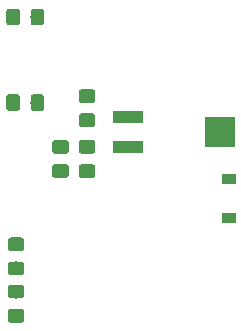
<source format=gbr>
G04 #@! TF.GenerationSoftware,KiCad,Pcbnew,(5.0.2)-1*
G04 #@! TF.CreationDate,2019-07-18T11:35:20+03:00*
G04 #@! TF.ProjectId,Breakout Board STM32L041x6 - TSSOP20,42726561-6b6f-4757-9420-426f61726420,rev?*
G04 #@! TF.SameCoordinates,Original*
G04 #@! TF.FileFunction,Paste,Bot*
G04 #@! TF.FilePolarity,Positive*
%FSLAX46Y46*%
G04 Gerber Fmt 4.6, Leading zero omitted, Abs format (unit mm)*
G04 Created by KiCad (PCBNEW (5.0.2)-1) date 18-Jul-19 11:35:20*
%MOMM*%
%LPD*%
G01*
G04 APERTURE LIST*
%ADD10R,2.500000X2.500000*%
%ADD11R,2.500000X1.000000*%
%ADD12C,0.100000*%
%ADD13C,1.150000*%
%ADD14R,1.200000X0.900000*%
G04 APERTURE END LIST*
D10*
G04 #@! TO.C,Y1*
X139870000Y-73130000D03*
D11*
X132120000Y-74380000D03*
X132120000Y-71880000D03*
G04 #@! TD*
D12*
G04 #@! TO.C,C1*
G36*
X122719505Y-69931204D02*
X122743773Y-69934804D01*
X122767572Y-69940765D01*
X122790671Y-69949030D01*
X122812850Y-69959520D01*
X122833893Y-69972132D01*
X122853599Y-69986747D01*
X122871777Y-70003223D01*
X122888253Y-70021401D01*
X122902868Y-70041107D01*
X122915480Y-70062150D01*
X122925970Y-70084329D01*
X122934235Y-70107428D01*
X122940196Y-70131227D01*
X122943796Y-70155495D01*
X122945000Y-70179999D01*
X122945000Y-71080001D01*
X122943796Y-71104505D01*
X122940196Y-71128773D01*
X122934235Y-71152572D01*
X122925970Y-71175671D01*
X122915480Y-71197850D01*
X122902868Y-71218893D01*
X122888253Y-71238599D01*
X122871777Y-71256777D01*
X122853599Y-71273253D01*
X122833893Y-71287868D01*
X122812850Y-71300480D01*
X122790671Y-71310970D01*
X122767572Y-71319235D01*
X122743773Y-71325196D01*
X122719505Y-71328796D01*
X122695001Y-71330000D01*
X122044999Y-71330000D01*
X122020495Y-71328796D01*
X121996227Y-71325196D01*
X121972428Y-71319235D01*
X121949329Y-71310970D01*
X121927150Y-71300480D01*
X121906107Y-71287868D01*
X121886401Y-71273253D01*
X121868223Y-71256777D01*
X121851747Y-71238599D01*
X121837132Y-71218893D01*
X121824520Y-71197850D01*
X121814030Y-71175671D01*
X121805765Y-71152572D01*
X121799804Y-71128773D01*
X121796204Y-71104505D01*
X121795000Y-71080001D01*
X121795000Y-70179999D01*
X121796204Y-70155495D01*
X121799804Y-70131227D01*
X121805765Y-70107428D01*
X121814030Y-70084329D01*
X121824520Y-70062150D01*
X121837132Y-70041107D01*
X121851747Y-70021401D01*
X121868223Y-70003223D01*
X121886401Y-69986747D01*
X121906107Y-69972132D01*
X121927150Y-69959520D01*
X121949329Y-69949030D01*
X121972428Y-69940765D01*
X121996227Y-69934804D01*
X122020495Y-69931204D01*
X122044999Y-69930000D01*
X122695001Y-69930000D01*
X122719505Y-69931204D01*
X122719505Y-69931204D01*
G37*
D13*
X122370000Y-70630000D03*
D12*
G36*
X124769505Y-69931204D02*
X124793773Y-69934804D01*
X124817572Y-69940765D01*
X124840671Y-69949030D01*
X124862850Y-69959520D01*
X124883893Y-69972132D01*
X124903599Y-69986747D01*
X124921777Y-70003223D01*
X124938253Y-70021401D01*
X124952868Y-70041107D01*
X124965480Y-70062150D01*
X124975970Y-70084329D01*
X124984235Y-70107428D01*
X124990196Y-70131227D01*
X124993796Y-70155495D01*
X124995000Y-70179999D01*
X124995000Y-71080001D01*
X124993796Y-71104505D01*
X124990196Y-71128773D01*
X124984235Y-71152572D01*
X124975970Y-71175671D01*
X124965480Y-71197850D01*
X124952868Y-71218893D01*
X124938253Y-71238599D01*
X124921777Y-71256777D01*
X124903599Y-71273253D01*
X124883893Y-71287868D01*
X124862850Y-71300480D01*
X124840671Y-71310970D01*
X124817572Y-71319235D01*
X124793773Y-71325196D01*
X124769505Y-71328796D01*
X124745001Y-71330000D01*
X124094999Y-71330000D01*
X124070495Y-71328796D01*
X124046227Y-71325196D01*
X124022428Y-71319235D01*
X123999329Y-71310970D01*
X123977150Y-71300480D01*
X123956107Y-71287868D01*
X123936401Y-71273253D01*
X123918223Y-71256777D01*
X123901747Y-71238599D01*
X123887132Y-71218893D01*
X123874520Y-71197850D01*
X123864030Y-71175671D01*
X123855765Y-71152572D01*
X123849804Y-71128773D01*
X123846204Y-71104505D01*
X123845000Y-71080001D01*
X123845000Y-70179999D01*
X123846204Y-70155495D01*
X123849804Y-70131227D01*
X123855765Y-70107428D01*
X123864030Y-70084329D01*
X123874520Y-70062150D01*
X123887132Y-70041107D01*
X123901747Y-70021401D01*
X123918223Y-70003223D01*
X123936401Y-69986747D01*
X123956107Y-69972132D01*
X123977150Y-69959520D01*
X123999329Y-69949030D01*
X124022428Y-69940765D01*
X124046227Y-69934804D01*
X124070495Y-69931204D01*
X124094999Y-69930000D01*
X124745001Y-69930000D01*
X124769505Y-69931204D01*
X124769505Y-69931204D01*
G37*
D13*
X124420000Y-70630000D03*
G04 #@! TD*
D12*
G04 #@! TO.C,C6*
G36*
X129094505Y-71556204D02*
X129118773Y-71559804D01*
X129142572Y-71565765D01*
X129165671Y-71574030D01*
X129187850Y-71584520D01*
X129208893Y-71597132D01*
X129228599Y-71611747D01*
X129246777Y-71628223D01*
X129263253Y-71646401D01*
X129277868Y-71666107D01*
X129290480Y-71687150D01*
X129300970Y-71709329D01*
X129309235Y-71732428D01*
X129315196Y-71756227D01*
X129318796Y-71780495D01*
X129320000Y-71804999D01*
X129320000Y-72455001D01*
X129318796Y-72479505D01*
X129315196Y-72503773D01*
X129309235Y-72527572D01*
X129300970Y-72550671D01*
X129290480Y-72572850D01*
X129277868Y-72593893D01*
X129263253Y-72613599D01*
X129246777Y-72631777D01*
X129228599Y-72648253D01*
X129208893Y-72662868D01*
X129187850Y-72675480D01*
X129165671Y-72685970D01*
X129142572Y-72694235D01*
X129118773Y-72700196D01*
X129094505Y-72703796D01*
X129070001Y-72705000D01*
X128169999Y-72705000D01*
X128145495Y-72703796D01*
X128121227Y-72700196D01*
X128097428Y-72694235D01*
X128074329Y-72685970D01*
X128052150Y-72675480D01*
X128031107Y-72662868D01*
X128011401Y-72648253D01*
X127993223Y-72631777D01*
X127976747Y-72613599D01*
X127962132Y-72593893D01*
X127949520Y-72572850D01*
X127939030Y-72550671D01*
X127930765Y-72527572D01*
X127924804Y-72503773D01*
X127921204Y-72479505D01*
X127920000Y-72455001D01*
X127920000Y-71804999D01*
X127921204Y-71780495D01*
X127924804Y-71756227D01*
X127930765Y-71732428D01*
X127939030Y-71709329D01*
X127949520Y-71687150D01*
X127962132Y-71666107D01*
X127976747Y-71646401D01*
X127993223Y-71628223D01*
X128011401Y-71611747D01*
X128031107Y-71597132D01*
X128052150Y-71584520D01*
X128074329Y-71574030D01*
X128097428Y-71565765D01*
X128121227Y-71559804D01*
X128145495Y-71556204D01*
X128169999Y-71555000D01*
X129070001Y-71555000D01*
X129094505Y-71556204D01*
X129094505Y-71556204D01*
G37*
D13*
X128620000Y-72130000D03*
D12*
G36*
X129094505Y-69506204D02*
X129118773Y-69509804D01*
X129142572Y-69515765D01*
X129165671Y-69524030D01*
X129187850Y-69534520D01*
X129208893Y-69547132D01*
X129228599Y-69561747D01*
X129246777Y-69578223D01*
X129263253Y-69596401D01*
X129277868Y-69616107D01*
X129290480Y-69637150D01*
X129300970Y-69659329D01*
X129309235Y-69682428D01*
X129315196Y-69706227D01*
X129318796Y-69730495D01*
X129320000Y-69754999D01*
X129320000Y-70405001D01*
X129318796Y-70429505D01*
X129315196Y-70453773D01*
X129309235Y-70477572D01*
X129300970Y-70500671D01*
X129290480Y-70522850D01*
X129277868Y-70543893D01*
X129263253Y-70563599D01*
X129246777Y-70581777D01*
X129228599Y-70598253D01*
X129208893Y-70612868D01*
X129187850Y-70625480D01*
X129165671Y-70635970D01*
X129142572Y-70644235D01*
X129118773Y-70650196D01*
X129094505Y-70653796D01*
X129070001Y-70655000D01*
X128169999Y-70655000D01*
X128145495Y-70653796D01*
X128121227Y-70650196D01*
X128097428Y-70644235D01*
X128074329Y-70635970D01*
X128052150Y-70625480D01*
X128031107Y-70612868D01*
X128011401Y-70598253D01*
X127993223Y-70581777D01*
X127976747Y-70563599D01*
X127962132Y-70543893D01*
X127949520Y-70522850D01*
X127939030Y-70500671D01*
X127930765Y-70477572D01*
X127924804Y-70453773D01*
X127921204Y-70429505D01*
X127920000Y-70405001D01*
X127920000Y-69754999D01*
X127921204Y-69730495D01*
X127924804Y-69706227D01*
X127930765Y-69682428D01*
X127939030Y-69659329D01*
X127949520Y-69637150D01*
X127962132Y-69616107D01*
X127976747Y-69596401D01*
X127993223Y-69578223D01*
X128011401Y-69561747D01*
X128031107Y-69547132D01*
X128052150Y-69534520D01*
X128074329Y-69524030D01*
X128097428Y-69515765D01*
X128121227Y-69509804D01*
X128145495Y-69506204D01*
X128169999Y-69505000D01*
X129070001Y-69505000D01*
X129094505Y-69506204D01*
X129094505Y-69506204D01*
G37*
D13*
X128620000Y-70080000D03*
G04 #@! TD*
D12*
G04 #@! TO.C,C7*
G36*
X126844505Y-75856204D02*
X126868773Y-75859804D01*
X126892572Y-75865765D01*
X126915671Y-75874030D01*
X126937850Y-75884520D01*
X126958893Y-75897132D01*
X126978599Y-75911747D01*
X126996777Y-75928223D01*
X127013253Y-75946401D01*
X127027868Y-75966107D01*
X127040480Y-75987150D01*
X127050970Y-76009329D01*
X127059235Y-76032428D01*
X127065196Y-76056227D01*
X127068796Y-76080495D01*
X127070000Y-76104999D01*
X127070000Y-76755001D01*
X127068796Y-76779505D01*
X127065196Y-76803773D01*
X127059235Y-76827572D01*
X127050970Y-76850671D01*
X127040480Y-76872850D01*
X127027868Y-76893893D01*
X127013253Y-76913599D01*
X126996777Y-76931777D01*
X126978599Y-76948253D01*
X126958893Y-76962868D01*
X126937850Y-76975480D01*
X126915671Y-76985970D01*
X126892572Y-76994235D01*
X126868773Y-77000196D01*
X126844505Y-77003796D01*
X126820001Y-77005000D01*
X125919999Y-77005000D01*
X125895495Y-77003796D01*
X125871227Y-77000196D01*
X125847428Y-76994235D01*
X125824329Y-76985970D01*
X125802150Y-76975480D01*
X125781107Y-76962868D01*
X125761401Y-76948253D01*
X125743223Y-76931777D01*
X125726747Y-76913599D01*
X125712132Y-76893893D01*
X125699520Y-76872850D01*
X125689030Y-76850671D01*
X125680765Y-76827572D01*
X125674804Y-76803773D01*
X125671204Y-76779505D01*
X125670000Y-76755001D01*
X125670000Y-76104999D01*
X125671204Y-76080495D01*
X125674804Y-76056227D01*
X125680765Y-76032428D01*
X125689030Y-76009329D01*
X125699520Y-75987150D01*
X125712132Y-75966107D01*
X125726747Y-75946401D01*
X125743223Y-75928223D01*
X125761401Y-75911747D01*
X125781107Y-75897132D01*
X125802150Y-75884520D01*
X125824329Y-75874030D01*
X125847428Y-75865765D01*
X125871227Y-75859804D01*
X125895495Y-75856204D01*
X125919999Y-75855000D01*
X126820001Y-75855000D01*
X126844505Y-75856204D01*
X126844505Y-75856204D01*
G37*
D13*
X126370000Y-76430000D03*
D12*
G36*
X126844505Y-73806204D02*
X126868773Y-73809804D01*
X126892572Y-73815765D01*
X126915671Y-73824030D01*
X126937850Y-73834520D01*
X126958893Y-73847132D01*
X126978599Y-73861747D01*
X126996777Y-73878223D01*
X127013253Y-73896401D01*
X127027868Y-73916107D01*
X127040480Y-73937150D01*
X127050970Y-73959329D01*
X127059235Y-73982428D01*
X127065196Y-74006227D01*
X127068796Y-74030495D01*
X127070000Y-74054999D01*
X127070000Y-74705001D01*
X127068796Y-74729505D01*
X127065196Y-74753773D01*
X127059235Y-74777572D01*
X127050970Y-74800671D01*
X127040480Y-74822850D01*
X127027868Y-74843893D01*
X127013253Y-74863599D01*
X126996777Y-74881777D01*
X126978599Y-74898253D01*
X126958893Y-74912868D01*
X126937850Y-74925480D01*
X126915671Y-74935970D01*
X126892572Y-74944235D01*
X126868773Y-74950196D01*
X126844505Y-74953796D01*
X126820001Y-74955000D01*
X125919999Y-74955000D01*
X125895495Y-74953796D01*
X125871227Y-74950196D01*
X125847428Y-74944235D01*
X125824329Y-74935970D01*
X125802150Y-74925480D01*
X125781107Y-74912868D01*
X125761401Y-74898253D01*
X125743223Y-74881777D01*
X125726747Y-74863599D01*
X125712132Y-74843893D01*
X125699520Y-74822850D01*
X125689030Y-74800671D01*
X125680765Y-74777572D01*
X125674804Y-74753773D01*
X125671204Y-74729505D01*
X125670000Y-74705001D01*
X125670000Y-74054999D01*
X125671204Y-74030495D01*
X125674804Y-74006227D01*
X125680765Y-73982428D01*
X125689030Y-73959329D01*
X125699520Y-73937150D01*
X125712132Y-73916107D01*
X125726747Y-73896401D01*
X125743223Y-73878223D01*
X125761401Y-73861747D01*
X125781107Y-73847132D01*
X125802150Y-73834520D01*
X125824329Y-73824030D01*
X125847428Y-73815765D01*
X125871227Y-73809804D01*
X125895495Y-73806204D01*
X125919999Y-73805000D01*
X126820001Y-73805000D01*
X126844505Y-73806204D01*
X126844505Y-73806204D01*
G37*
D13*
X126370000Y-74380000D03*
G04 #@! TD*
D14*
G04 #@! TO.C,D3*
X140620000Y-77080000D03*
X140620000Y-80380000D03*
G04 #@! TD*
D12*
G04 #@! TO.C,R1*
G36*
X124769505Y-62681204D02*
X124793773Y-62684804D01*
X124817572Y-62690765D01*
X124840671Y-62699030D01*
X124862850Y-62709520D01*
X124883893Y-62722132D01*
X124903599Y-62736747D01*
X124921777Y-62753223D01*
X124938253Y-62771401D01*
X124952868Y-62791107D01*
X124965480Y-62812150D01*
X124975970Y-62834329D01*
X124984235Y-62857428D01*
X124990196Y-62881227D01*
X124993796Y-62905495D01*
X124995000Y-62929999D01*
X124995000Y-63830001D01*
X124993796Y-63854505D01*
X124990196Y-63878773D01*
X124984235Y-63902572D01*
X124975970Y-63925671D01*
X124965480Y-63947850D01*
X124952868Y-63968893D01*
X124938253Y-63988599D01*
X124921777Y-64006777D01*
X124903599Y-64023253D01*
X124883893Y-64037868D01*
X124862850Y-64050480D01*
X124840671Y-64060970D01*
X124817572Y-64069235D01*
X124793773Y-64075196D01*
X124769505Y-64078796D01*
X124745001Y-64080000D01*
X124094999Y-64080000D01*
X124070495Y-64078796D01*
X124046227Y-64075196D01*
X124022428Y-64069235D01*
X123999329Y-64060970D01*
X123977150Y-64050480D01*
X123956107Y-64037868D01*
X123936401Y-64023253D01*
X123918223Y-64006777D01*
X123901747Y-63988599D01*
X123887132Y-63968893D01*
X123874520Y-63947850D01*
X123864030Y-63925671D01*
X123855765Y-63902572D01*
X123849804Y-63878773D01*
X123846204Y-63854505D01*
X123845000Y-63830001D01*
X123845000Y-62929999D01*
X123846204Y-62905495D01*
X123849804Y-62881227D01*
X123855765Y-62857428D01*
X123864030Y-62834329D01*
X123874520Y-62812150D01*
X123887132Y-62791107D01*
X123901747Y-62771401D01*
X123918223Y-62753223D01*
X123936401Y-62736747D01*
X123956107Y-62722132D01*
X123977150Y-62709520D01*
X123999329Y-62699030D01*
X124022428Y-62690765D01*
X124046227Y-62684804D01*
X124070495Y-62681204D01*
X124094999Y-62680000D01*
X124745001Y-62680000D01*
X124769505Y-62681204D01*
X124769505Y-62681204D01*
G37*
D13*
X124420000Y-63380000D03*
D12*
G36*
X122719505Y-62681204D02*
X122743773Y-62684804D01*
X122767572Y-62690765D01*
X122790671Y-62699030D01*
X122812850Y-62709520D01*
X122833893Y-62722132D01*
X122853599Y-62736747D01*
X122871777Y-62753223D01*
X122888253Y-62771401D01*
X122902868Y-62791107D01*
X122915480Y-62812150D01*
X122925970Y-62834329D01*
X122934235Y-62857428D01*
X122940196Y-62881227D01*
X122943796Y-62905495D01*
X122945000Y-62929999D01*
X122945000Y-63830001D01*
X122943796Y-63854505D01*
X122940196Y-63878773D01*
X122934235Y-63902572D01*
X122925970Y-63925671D01*
X122915480Y-63947850D01*
X122902868Y-63968893D01*
X122888253Y-63988599D01*
X122871777Y-64006777D01*
X122853599Y-64023253D01*
X122833893Y-64037868D01*
X122812850Y-64050480D01*
X122790671Y-64060970D01*
X122767572Y-64069235D01*
X122743773Y-64075196D01*
X122719505Y-64078796D01*
X122695001Y-64080000D01*
X122044999Y-64080000D01*
X122020495Y-64078796D01*
X121996227Y-64075196D01*
X121972428Y-64069235D01*
X121949329Y-64060970D01*
X121927150Y-64050480D01*
X121906107Y-64037868D01*
X121886401Y-64023253D01*
X121868223Y-64006777D01*
X121851747Y-63988599D01*
X121837132Y-63968893D01*
X121824520Y-63947850D01*
X121814030Y-63925671D01*
X121805765Y-63902572D01*
X121799804Y-63878773D01*
X121796204Y-63854505D01*
X121795000Y-63830001D01*
X121795000Y-62929999D01*
X121796204Y-62905495D01*
X121799804Y-62881227D01*
X121805765Y-62857428D01*
X121814030Y-62834329D01*
X121824520Y-62812150D01*
X121837132Y-62791107D01*
X121851747Y-62771401D01*
X121868223Y-62753223D01*
X121886401Y-62736747D01*
X121906107Y-62722132D01*
X121927150Y-62709520D01*
X121949329Y-62699030D01*
X121972428Y-62690765D01*
X121996227Y-62684804D01*
X122020495Y-62681204D01*
X122044999Y-62680000D01*
X122695001Y-62680000D01*
X122719505Y-62681204D01*
X122719505Y-62681204D01*
G37*
D13*
X122370000Y-63380000D03*
G04 #@! TD*
D12*
G04 #@! TO.C,R4*
G36*
X129094505Y-75856204D02*
X129118773Y-75859804D01*
X129142572Y-75865765D01*
X129165671Y-75874030D01*
X129187850Y-75884520D01*
X129208893Y-75897132D01*
X129228599Y-75911747D01*
X129246777Y-75928223D01*
X129263253Y-75946401D01*
X129277868Y-75966107D01*
X129290480Y-75987150D01*
X129300970Y-76009329D01*
X129309235Y-76032428D01*
X129315196Y-76056227D01*
X129318796Y-76080495D01*
X129320000Y-76104999D01*
X129320000Y-76755001D01*
X129318796Y-76779505D01*
X129315196Y-76803773D01*
X129309235Y-76827572D01*
X129300970Y-76850671D01*
X129290480Y-76872850D01*
X129277868Y-76893893D01*
X129263253Y-76913599D01*
X129246777Y-76931777D01*
X129228599Y-76948253D01*
X129208893Y-76962868D01*
X129187850Y-76975480D01*
X129165671Y-76985970D01*
X129142572Y-76994235D01*
X129118773Y-77000196D01*
X129094505Y-77003796D01*
X129070001Y-77005000D01*
X128169999Y-77005000D01*
X128145495Y-77003796D01*
X128121227Y-77000196D01*
X128097428Y-76994235D01*
X128074329Y-76985970D01*
X128052150Y-76975480D01*
X128031107Y-76962868D01*
X128011401Y-76948253D01*
X127993223Y-76931777D01*
X127976747Y-76913599D01*
X127962132Y-76893893D01*
X127949520Y-76872850D01*
X127939030Y-76850671D01*
X127930765Y-76827572D01*
X127924804Y-76803773D01*
X127921204Y-76779505D01*
X127920000Y-76755001D01*
X127920000Y-76104999D01*
X127921204Y-76080495D01*
X127924804Y-76056227D01*
X127930765Y-76032428D01*
X127939030Y-76009329D01*
X127949520Y-75987150D01*
X127962132Y-75966107D01*
X127976747Y-75946401D01*
X127993223Y-75928223D01*
X128011401Y-75911747D01*
X128031107Y-75897132D01*
X128052150Y-75884520D01*
X128074329Y-75874030D01*
X128097428Y-75865765D01*
X128121227Y-75859804D01*
X128145495Y-75856204D01*
X128169999Y-75855000D01*
X129070001Y-75855000D01*
X129094505Y-75856204D01*
X129094505Y-75856204D01*
G37*
D13*
X128620000Y-76430000D03*
D12*
G36*
X129094505Y-73806204D02*
X129118773Y-73809804D01*
X129142572Y-73815765D01*
X129165671Y-73824030D01*
X129187850Y-73834520D01*
X129208893Y-73847132D01*
X129228599Y-73861747D01*
X129246777Y-73878223D01*
X129263253Y-73896401D01*
X129277868Y-73916107D01*
X129290480Y-73937150D01*
X129300970Y-73959329D01*
X129309235Y-73982428D01*
X129315196Y-74006227D01*
X129318796Y-74030495D01*
X129320000Y-74054999D01*
X129320000Y-74705001D01*
X129318796Y-74729505D01*
X129315196Y-74753773D01*
X129309235Y-74777572D01*
X129300970Y-74800671D01*
X129290480Y-74822850D01*
X129277868Y-74843893D01*
X129263253Y-74863599D01*
X129246777Y-74881777D01*
X129228599Y-74898253D01*
X129208893Y-74912868D01*
X129187850Y-74925480D01*
X129165671Y-74935970D01*
X129142572Y-74944235D01*
X129118773Y-74950196D01*
X129094505Y-74953796D01*
X129070001Y-74955000D01*
X128169999Y-74955000D01*
X128145495Y-74953796D01*
X128121227Y-74950196D01*
X128097428Y-74944235D01*
X128074329Y-74935970D01*
X128052150Y-74925480D01*
X128031107Y-74912868D01*
X128011401Y-74898253D01*
X127993223Y-74881777D01*
X127976747Y-74863599D01*
X127962132Y-74843893D01*
X127949520Y-74822850D01*
X127939030Y-74800671D01*
X127930765Y-74777572D01*
X127924804Y-74753773D01*
X127921204Y-74729505D01*
X127920000Y-74705001D01*
X127920000Y-74054999D01*
X127921204Y-74030495D01*
X127924804Y-74006227D01*
X127930765Y-73982428D01*
X127939030Y-73959329D01*
X127949520Y-73937150D01*
X127962132Y-73916107D01*
X127976747Y-73896401D01*
X127993223Y-73878223D01*
X128011401Y-73861747D01*
X128031107Y-73847132D01*
X128052150Y-73834520D01*
X128074329Y-73824030D01*
X128097428Y-73815765D01*
X128121227Y-73809804D01*
X128145495Y-73806204D01*
X128169999Y-73805000D01*
X129070001Y-73805000D01*
X129094505Y-73806204D01*
X129094505Y-73806204D01*
G37*
D13*
X128620000Y-74380000D03*
G04 #@! TD*
D12*
G04 #@! TO.C,R5*
G36*
X123094505Y-86056204D02*
X123118773Y-86059804D01*
X123142572Y-86065765D01*
X123165671Y-86074030D01*
X123187850Y-86084520D01*
X123208893Y-86097132D01*
X123228599Y-86111747D01*
X123246777Y-86128223D01*
X123263253Y-86146401D01*
X123277868Y-86166107D01*
X123290480Y-86187150D01*
X123300970Y-86209329D01*
X123309235Y-86232428D01*
X123315196Y-86256227D01*
X123318796Y-86280495D01*
X123320000Y-86304999D01*
X123320000Y-86955001D01*
X123318796Y-86979505D01*
X123315196Y-87003773D01*
X123309235Y-87027572D01*
X123300970Y-87050671D01*
X123290480Y-87072850D01*
X123277868Y-87093893D01*
X123263253Y-87113599D01*
X123246777Y-87131777D01*
X123228599Y-87148253D01*
X123208893Y-87162868D01*
X123187850Y-87175480D01*
X123165671Y-87185970D01*
X123142572Y-87194235D01*
X123118773Y-87200196D01*
X123094505Y-87203796D01*
X123070001Y-87205000D01*
X122169999Y-87205000D01*
X122145495Y-87203796D01*
X122121227Y-87200196D01*
X122097428Y-87194235D01*
X122074329Y-87185970D01*
X122052150Y-87175480D01*
X122031107Y-87162868D01*
X122011401Y-87148253D01*
X121993223Y-87131777D01*
X121976747Y-87113599D01*
X121962132Y-87093893D01*
X121949520Y-87072850D01*
X121939030Y-87050671D01*
X121930765Y-87027572D01*
X121924804Y-87003773D01*
X121921204Y-86979505D01*
X121920000Y-86955001D01*
X121920000Y-86304999D01*
X121921204Y-86280495D01*
X121924804Y-86256227D01*
X121930765Y-86232428D01*
X121939030Y-86209329D01*
X121949520Y-86187150D01*
X121962132Y-86166107D01*
X121976747Y-86146401D01*
X121993223Y-86128223D01*
X122011401Y-86111747D01*
X122031107Y-86097132D01*
X122052150Y-86084520D01*
X122074329Y-86074030D01*
X122097428Y-86065765D01*
X122121227Y-86059804D01*
X122145495Y-86056204D01*
X122169999Y-86055000D01*
X123070001Y-86055000D01*
X123094505Y-86056204D01*
X123094505Y-86056204D01*
G37*
D13*
X122620000Y-86630000D03*
D12*
G36*
X123094505Y-88106204D02*
X123118773Y-88109804D01*
X123142572Y-88115765D01*
X123165671Y-88124030D01*
X123187850Y-88134520D01*
X123208893Y-88147132D01*
X123228599Y-88161747D01*
X123246777Y-88178223D01*
X123263253Y-88196401D01*
X123277868Y-88216107D01*
X123290480Y-88237150D01*
X123300970Y-88259329D01*
X123309235Y-88282428D01*
X123315196Y-88306227D01*
X123318796Y-88330495D01*
X123320000Y-88354999D01*
X123320000Y-89005001D01*
X123318796Y-89029505D01*
X123315196Y-89053773D01*
X123309235Y-89077572D01*
X123300970Y-89100671D01*
X123290480Y-89122850D01*
X123277868Y-89143893D01*
X123263253Y-89163599D01*
X123246777Y-89181777D01*
X123228599Y-89198253D01*
X123208893Y-89212868D01*
X123187850Y-89225480D01*
X123165671Y-89235970D01*
X123142572Y-89244235D01*
X123118773Y-89250196D01*
X123094505Y-89253796D01*
X123070001Y-89255000D01*
X122169999Y-89255000D01*
X122145495Y-89253796D01*
X122121227Y-89250196D01*
X122097428Y-89244235D01*
X122074329Y-89235970D01*
X122052150Y-89225480D01*
X122031107Y-89212868D01*
X122011401Y-89198253D01*
X121993223Y-89181777D01*
X121976747Y-89163599D01*
X121962132Y-89143893D01*
X121949520Y-89122850D01*
X121939030Y-89100671D01*
X121930765Y-89077572D01*
X121924804Y-89053773D01*
X121921204Y-89029505D01*
X121920000Y-89005001D01*
X121920000Y-88354999D01*
X121921204Y-88330495D01*
X121924804Y-88306227D01*
X121930765Y-88282428D01*
X121939030Y-88259329D01*
X121949520Y-88237150D01*
X121962132Y-88216107D01*
X121976747Y-88196401D01*
X121993223Y-88178223D01*
X122011401Y-88161747D01*
X122031107Y-88147132D01*
X122052150Y-88134520D01*
X122074329Y-88124030D01*
X122097428Y-88115765D01*
X122121227Y-88109804D01*
X122145495Y-88106204D01*
X122169999Y-88105000D01*
X123070001Y-88105000D01*
X123094505Y-88106204D01*
X123094505Y-88106204D01*
G37*
D13*
X122620000Y-88680000D03*
G04 #@! TD*
D12*
G04 #@! TO.C,R6*
G36*
X123094505Y-82056204D02*
X123118773Y-82059804D01*
X123142572Y-82065765D01*
X123165671Y-82074030D01*
X123187850Y-82084520D01*
X123208893Y-82097132D01*
X123228599Y-82111747D01*
X123246777Y-82128223D01*
X123263253Y-82146401D01*
X123277868Y-82166107D01*
X123290480Y-82187150D01*
X123300970Y-82209329D01*
X123309235Y-82232428D01*
X123315196Y-82256227D01*
X123318796Y-82280495D01*
X123320000Y-82304999D01*
X123320000Y-82955001D01*
X123318796Y-82979505D01*
X123315196Y-83003773D01*
X123309235Y-83027572D01*
X123300970Y-83050671D01*
X123290480Y-83072850D01*
X123277868Y-83093893D01*
X123263253Y-83113599D01*
X123246777Y-83131777D01*
X123228599Y-83148253D01*
X123208893Y-83162868D01*
X123187850Y-83175480D01*
X123165671Y-83185970D01*
X123142572Y-83194235D01*
X123118773Y-83200196D01*
X123094505Y-83203796D01*
X123070001Y-83205000D01*
X122169999Y-83205000D01*
X122145495Y-83203796D01*
X122121227Y-83200196D01*
X122097428Y-83194235D01*
X122074329Y-83185970D01*
X122052150Y-83175480D01*
X122031107Y-83162868D01*
X122011401Y-83148253D01*
X121993223Y-83131777D01*
X121976747Y-83113599D01*
X121962132Y-83093893D01*
X121949520Y-83072850D01*
X121939030Y-83050671D01*
X121930765Y-83027572D01*
X121924804Y-83003773D01*
X121921204Y-82979505D01*
X121920000Y-82955001D01*
X121920000Y-82304999D01*
X121921204Y-82280495D01*
X121924804Y-82256227D01*
X121930765Y-82232428D01*
X121939030Y-82209329D01*
X121949520Y-82187150D01*
X121962132Y-82166107D01*
X121976747Y-82146401D01*
X121993223Y-82128223D01*
X122011401Y-82111747D01*
X122031107Y-82097132D01*
X122052150Y-82084520D01*
X122074329Y-82074030D01*
X122097428Y-82065765D01*
X122121227Y-82059804D01*
X122145495Y-82056204D01*
X122169999Y-82055000D01*
X123070001Y-82055000D01*
X123094505Y-82056204D01*
X123094505Y-82056204D01*
G37*
D13*
X122620000Y-82630000D03*
D12*
G36*
X123094505Y-84106204D02*
X123118773Y-84109804D01*
X123142572Y-84115765D01*
X123165671Y-84124030D01*
X123187850Y-84134520D01*
X123208893Y-84147132D01*
X123228599Y-84161747D01*
X123246777Y-84178223D01*
X123263253Y-84196401D01*
X123277868Y-84216107D01*
X123290480Y-84237150D01*
X123300970Y-84259329D01*
X123309235Y-84282428D01*
X123315196Y-84306227D01*
X123318796Y-84330495D01*
X123320000Y-84354999D01*
X123320000Y-85005001D01*
X123318796Y-85029505D01*
X123315196Y-85053773D01*
X123309235Y-85077572D01*
X123300970Y-85100671D01*
X123290480Y-85122850D01*
X123277868Y-85143893D01*
X123263253Y-85163599D01*
X123246777Y-85181777D01*
X123228599Y-85198253D01*
X123208893Y-85212868D01*
X123187850Y-85225480D01*
X123165671Y-85235970D01*
X123142572Y-85244235D01*
X123118773Y-85250196D01*
X123094505Y-85253796D01*
X123070001Y-85255000D01*
X122169999Y-85255000D01*
X122145495Y-85253796D01*
X122121227Y-85250196D01*
X122097428Y-85244235D01*
X122074329Y-85235970D01*
X122052150Y-85225480D01*
X122031107Y-85212868D01*
X122011401Y-85198253D01*
X121993223Y-85181777D01*
X121976747Y-85163599D01*
X121962132Y-85143893D01*
X121949520Y-85122850D01*
X121939030Y-85100671D01*
X121930765Y-85077572D01*
X121924804Y-85053773D01*
X121921204Y-85029505D01*
X121920000Y-85005001D01*
X121920000Y-84354999D01*
X121921204Y-84330495D01*
X121924804Y-84306227D01*
X121930765Y-84282428D01*
X121939030Y-84259329D01*
X121949520Y-84237150D01*
X121962132Y-84216107D01*
X121976747Y-84196401D01*
X121993223Y-84178223D01*
X122011401Y-84161747D01*
X122031107Y-84147132D01*
X122052150Y-84134520D01*
X122074329Y-84124030D01*
X122097428Y-84115765D01*
X122121227Y-84109804D01*
X122145495Y-84106204D01*
X122169999Y-84105000D01*
X123070001Y-84105000D01*
X123094505Y-84106204D01*
X123094505Y-84106204D01*
G37*
D13*
X122620000Y-84680000D03*
G04 #@! TD*
M02*

</source>
